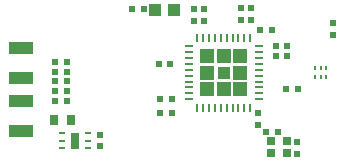
<source format=gtp>
%FSLAX44Y44*%
%MOMM*%
G71*
G01*
G75*
G04 Layer_Color=8421504*
%ADD10C,0.3000*%
%ADD11C,0.4000*%
%ADD12R,1.0000X1.0000*%
%ADD13R,2.1000X1.0000*%
%ADD14R,0.6000X0.6000*%
%ADD15R,3.9400X0.5000*%
%ADD16R,0.5000X2.0000*%
%ADD17R,2.6400X0.5000*%
%ADD18R,4.9000X0.5000*%
%ADD19R,0.5000X5.0000*%
%ADD20R,4.9000X0.9000*%
%ADD21R,0.5000X2.7000*%
%ADD22R,2.2000X1.0500*%
%ADD23R,1.0500X1.0000*%
%ADD24R,0.7500X0.6500*%
%ADD25R,0.2500X0.4000*%
%ADD26O,0.7500X0.2800*%
%ADD27O,0.2800X0.7500*%
%ADD28R,4.5000X4.5000*%
%ADD29R,0.6000X0.3500*%
%ADD30R,1.0000X1.6000*%
%ADD31R,0.6000X0.6000*%
%ADD32R,0.7000X0.9000*%
%ADD33C,0.1500*%
%ADD34C,0.2500*%
%ADD35R,0.5000X0.2259*%
%ADD36R,0.1818X0.4999*%
%ADD37R,0.4999X0.3145*%
%ADD38R,0.2939X0.5000*%
%ADD39R,0.2119X0.5000*%
%ADD40R,0.5860X0.9000*%
%ADD41R,0.4872X0.5000*%
%ADD42R,0.4658X0.5000*%
%ADD43R,0.4997X0.1609*%
%ADD44R,0.3013X0.5000*%
%ADD45R,0.8000X0.3000*%
%ADD46R,0.1270X0.9398*%
%ADD47R,1.0000X0.1000*%
%ADD48R,0.1000X0.7000*%
%ADD49R,0.9000X0.3000*%
%ADD50R,0.2000X0.8000*%
%ADD51R,0.2000X0.7000*%
%ADD52R,0.2000X0.6000*%
%ADD53R,0.8000X0.2000*%
%ADD54R,1.2056X0.3999*%
%ADD55R,0.2000X1.1000*%
%ADD56R,1.0562X0.1836*%
%ADD57R,0.5334X0.2032*%
%ADD58C,1.8000*%
%ADD59O,3.6000X1.5000*%
%ADD60C,1.0000*%
%ADD61R,1.0000X1.0000*%
%ADD62C,0.6000*%
%ADD63R,0.5000X15.1000*%
%ADD64R,1.2000X1.2000*%
%ADD65O,0.7000X0.2300*%
%ADD66O,0.2300X0.7000*%
%ADD67R,1.0000X1.0000*%
%ADD68R,0.5000X0.2500*%
%ADD69R,0.8000X1.4000*%
D12*
X2342140Y2586360D02*
D03*
X2358140D02*
D03*
D13*
X2228026Y2553910D02*
D03*
Y2528910D02*
D03*
Y2508910D02*
D03*
Y2483910D02*
D03*
D14*
X2415000Y2588000D02*
D03*
Y2578000D02*
D03*
X2295276Y2470616D02*
D03*
Y2480616D02*
D03*
X2461900Y2474520D02*
D03*
Y2464520D02*
D03*
X2429388Y2499158D02*
D03*
Y2489158D02*
D03*
X2492126Y2565358D02*
D03*
Y2575358D02*
D03*
X2423000Y2578000D02*
D03*
Y2588000D02*
D03*
X2374524Y2576788D02*
D03*
Y2586788D02*
D03*
X2383414Y2576788D02*
D03*
Y2586788D02*
D03*
D24*
X2440264Y2464854D02*
D03*
X2453264D02*
D03*
X2440264Y2474854D02*
D03*
X2453264D02*
D03*
D25*
X2476966Y2537020D02*
D03*
Y2529020D02*
D03*
X2481966Y2537020D02*
D03*
Y2529020D02*
D03*
X2486966Y2537020D02*
D03*
Y2529020D02*
D03*
D31*
X2257256Y2541910D02*
D03*
X2267256D02*
D03*
X2267256Y2509398D02*
D03*
X2257256D02*
D03*
X2267256Y2517526D02*
D03*
X2257256D02*
D03*
X2267256Y2525654D02*
D03*
X2257256D02*
D03*
X2267256Y2533782D02*
D03*
X2257256D02*
D03*
X2322534Y2586614D02*
D03*
X2332534D02*
D03*
X2354886Y2540132D02*
D03*
X2344886D02*
D03*
X2356156Y2510668D02*
D03*
X2346156D02*
D03*
X2355902Y2498730D02*
D03*
X2345902D02*
D03*
X2445564Y2482982D02*
D03*
X2435564D02*
D03*
X2452836Y2519558D02*
D03*
X2462836D02*
D03*
X2443946Y2547498D02*
D03*
X2453946D02*
D03*
X2443946Y2555626D02*
D03*
X2453946D02*
D03*
X2440484Y2568834D02*
D03*
X2430484D02*
D03*
D32*
X2271026Y2492888D02*
D03*
X2256026D02*
D03*
D64*
X2414000Y2547000D02*
D03*
X2400000D02*
D03*
X2386000D02*
D03*
X2386000Y2533000D02*
D03*
X2414000D02*
D03*
Y2519000D02*
D03*
X2400000Y2519000D02*
D03*
X2386000Y2519000D02*
D03*
D65*
X2370250Y2555500D02*
D03*
Y2550500D02*
D03*
Y2545500D02*
D03*
Y2540500D02*
D03*
Y2535500D02*
D03*
Y2530500D02*
D03*
Y2525500D02*
D03*
Y2520500D02*
D03*
X2370250Y2515500D02*
D03*
X2370250Y2510500D02*
D03*
X2429750D02*
D03*
X2429750Y2515500D02*
D03*
X2429750Y2520500D02*
D03*
Y2525500D02*
D03*
Y2530500D02*
D03*
Y2535500D02*
D03*
Y2540500D02*
D03*
Y2545500D02*
D03*
Y2550500D02*
D03*
Y2555500D02*
D03*
D66*
X2377500Y2503250D02*
D03*
X2382500D02*
D03*
X2387500D02*
D03*
X2392500D02*
D03*
X2397500D02*
D03*
X2402500D02*
D03*
X2407500D02*
D03*
X2412500D02*
D03*
X2417500Y2503250D02*
D03*
X2422500Y2503250D02*
D03*
Y2562750D02*
D03*
X2417500Y2562750D02*
D03*
X2412500Y2562750D02*
D03*
X2407500D02*
D03*
X2402500D02*
D03*
X2397500D02*
D03*
X2392500D02*
D03*
X2387500D02*
D03*
X2382500D02*
D03*
X2377500D02*
D03*
D67*
X2400000Y2533000D02*
D03*
D68*
X2284862Y2468966D02*
D03*
X2262862D02*
D03*
X2284862Y2475466D02*
D03*
Y2481966D02*
D03*
X2262862Y2475466D02*
D03*
Y2481966D02*
D03*
D69*
X2273862Y2475466D02*
D03*
M02*

</source>
